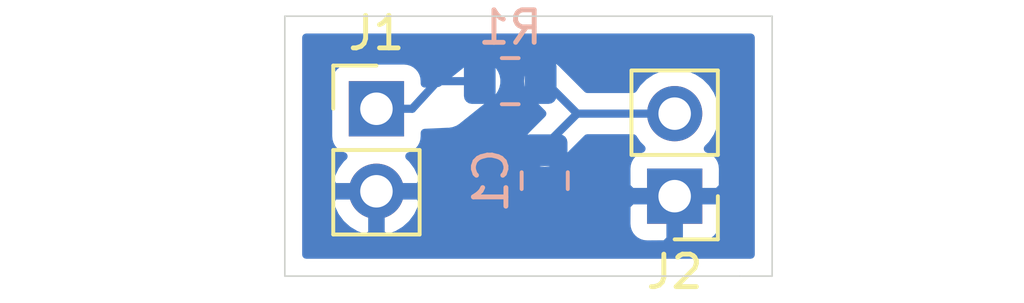
<source format=kicad_pcb>
(kicad_pcb (version 20171130) (host pcbnew 5.1.5+dfsg1-2~bpo10+1)

  (general
    (thickness 1.6)
    (drawings 5)
    (tracks 10)
    (zones 0)
    (modules 4)
    (nets 4)
  )

  (page A4)
  (layers
    (0 F.Cu signal)
    (31 B.Cu signal)
    (32 B.Adhes user)
    (33 F.Adhes user)
    (34 B.Paste user)
    (35 F.Paste user)
    (36 B.SilkS user)
    (37 F.SilkS user)
    (38 B.Mask user)
    (39 F.Mask user)
    (40 Dwgs.User user)
    (41 Cmts.User user)
    (42 Eco1.User user)
    (43 Eco2.User user)
    (44 Edge.Cuts user)
    (45 Margin user)
    (46 B.CrtYd user)
    (47 F.CrtYd user)
    (48 B.Fab user)
    (49 F.Fab user)
  )

  (setup
    (last_trace_width 0.25)
    (trace_clearance 0.2)
    (zone_clearance 0.508)
    (zone_45_only no)
    (trace_min 0.2)
    (via_size 0.8)
    (via_drill 0.4)
    (via_min_size 0.4)
    (via_min_drill 0.3)
    (uvia_size 0.3)
    (uvia_drill 0.1)
    (uvias_allowed no)
    (uvia_min_size 0.2)
    (uvia_min_drill 0.1)
    (edge_width 0.05)
    (segment_width 0.2)
    (pcb_text_width 0.3)
    (pcb_text_size 1.5 1.5)
    (mod_edge_width 0.12)
    (mod_text_size 1 1)
    (mod_text_width 0.15)
    (pad_size 1.524 1.524)
    (pad_drill 0.762)
    (pad_to_mask_clearance 0.051)
    (solder_mask_min_width 0.25)
    (aux_axis_origin 0 0)
    (visible_elements FFFFFF7F)
    (pcbplotparams
      (layerselection 0x010fc_ffffffff)
      (usegerberextensions false)
      (usegerberattributes false)
      (usegerberadvancedattributes false)
      (creategerberjobfile false)
      (excludeedgelayer true)
      (linewidth 0.100000)
      (plotframeref false)
      (viasonmask false)
      (mode 1)
      (useauxorigin false)
      (hpglpennumber 1)
      (hpglpenspeed 20)
      (hpglpendiameter 15.000000)
      (psnegative false)
      (psa4output false)
      (plotreference true)
      (plotvalue true)
      (plotinvisibletext false)
      (padsonsilk false)
      (subtractmaskfromsilk false)
      (outputformat 1)
      (mirror false)
      (drillshape 1)
      (scaleselection 1)
      (outputdirectory ""))
  )

  (net 0 "")
  (net 1 GND)
  (net 2 "Net-(C1-Pad1)")
  (net 3 "Net-(J1-Pad1)")

  (net_class Default "Esta es la clase de red por defecto."
    (clearance 0.2)
    (trace_width 0.25)
    (via_dia 0.8)
    (via_drill 0.4)
    (uvia_dia 0.3)
    (uvia_drill 0.1)
    (add_net GND)
    (add_net "Net-(C1-Pad1)")
    (add_net "Net-(J1-Pad1)")
  )

  (module Resistor_SMD:R_0805_2012Metric (layer B.Cu) (tedit 5B36C52B) (tstamp 5EBAC712)
    (at 161.9375 74 180)
    (descr "Resistor SMD 0805 (2012 Metric), square (rectangular) end terminal, IPC_7351 nominal, (Body size source: https://docs.google.com/spreadsheets/d/1BsfQQcO9C6DZCsRaXUlFlo91Tg2WpOkGARC1WS5S8t0/edit?usp=sharing), generated with kicad-footprint-generator")
    (tags resistor)
    (path /5EBAD9A3)
    (attr smd)
    (fp_text reference R1 (at 0 1.65) (layer B.SilkS)
      (effects (font (size 1 1) (thickness 0.15)) (justify mirror))
    )
    (fp_text value R (at 0 -1.65) (layer B.Fab)
      (effects (font (size 1 1) (thickness 0.15)) (justify mirror))
    )
    (fp_text user %R (at 0 0) (layer B.Fab)
      (effects (font (size 0.5 0.5) (thickness 0.08)) (justify mirror))
    )
    (fp_line (start 1.68 -0.95) (end -1.68 -0.95) (layer B.CrtYd) (width 0.05))
    (fp_line (start 1.68 0.95) (end 1.68 -0.95) (layer B.CrtYd) (width 0.05))
    (fp_line (start -1.68 0.95) (end 1.68 0.95) (layer B.CrtYd) (width 0.05))
    (fp_line (start -1.68 -0.95) (end -1.68 0.95) (layer B.CrtYd) (width 0.05))
    (fp_line (start -0.258578 -0.71) (end 0.258578 -0.71) (layer B.SilkS) (width 0.12))
    (fp_line (start -0.258578 0.71) (end 0.258578 0.71) (layer B.SilkS) (width 0.12))
    (fp_line (start 1 -0.6) (end -1 -0.6) (layer B.Fab) (width 0.1))
    (fp_line (start 1 0.6) (end 1 -0.6) (layer B.Fab) (width 0.1))
    (fp_line (start -1 0.6) (end 1 0.6) (layer B.Fab) (width 0.1))
    (fp_line (start -1 -0.6) (end -1 0.6) (layer B.Fab) (width 0.1))
    (pad 2 smd roundrect (at 0.9375 0 180) (size 0.975 1.4) (layers B.Cu B.Paste B.Mask) (roundrect_rratio 0.25)
      (net 3 "Net-(J1-Pad1)"))
    (pad 1 smd roundrect (at -0.9375 0 180) (size 0.975 1.4) (layers B.Cu B.Paste B.Mask) (roundrect_rratio 0.25)
      (net 2 "Net-(C1-Pad1)"))
    (model ${KISYS3DMOD}/Resistor_SMD.3dshapes/R_0805_2012Metric.wrl
      (at (xyz 0 0 0))
      (scale (xyz 1 1 1))
      (rotate (xyz 0 0 0))
    )
  )

  (module Connector_PinHeader_2.54mm:PinHeader_1x02_P2.54mm_Vertical (layer F.Cu) (tedit 59FED5CC) (tstamp 5EBAC57B)
    (at 167 77.54 180)
    (descr "Through hole straight pin header, 1x02, 2.54mm pitch, single row")
    (tags "Through hole pin header THT 1x02 2.54mm single row")
    (path /5EBAC9BE)
    (fp_text reference J2 (at 0 -2.33) (layer F.SilkS)
      (effects (font (size 1 1) (thickness 0.15)))
    )
    (fp_text value Conn_01x02_Male (at -4 4.87) (layer F.Fab)
      (effects (font (size 1 1) (thickness 0.15)))
    )
    (fp_text user %R (at 0 1.27 90) (layer F.Fab)
      (effects (font (size 1 1) (thickness 0.15)))
    )
    (fp_line (start 1.8 -1.8) (end -1.8 -1.8) (layer F.CrtYd) (width 0.05))
    (fp_line (start 1.8 4.35) (end 1.8 -1.8) (layer F.CrtYd) (width 0.05))
    (fp_line (start -1.8 4.35) (end 1.8 4.35) (layer F.CrtYd) (width 0.05))
    (fp_line (start -1.8 -1.8) (end -1.8 4.35) (layer F.CrtYd) (width 0.05))
    (fp_line (start -1.33 -1.33) (end 0 -1.33) (layer F.SilkS) (width 0.12))
    (fp_line (start -1.33 0) (end -1.33 -1.33) (layer F.SilkS) (width 0.12))
    (fp_line (start -1.33 1.27) (end 1.33 1.27) (layer F.SilkS) (width 0.12))
    (fp_line (start 1.33 1.27) (end 1.33 3.87) (layer F.SilkS) (width 0.12))
    (fp_line (start -1.33 1.27) (end -1.33 3.87) (layer F.SilkS) (width 0.12))
    (fp_line (start -1.33 3.87) (end 1.33 3.87) (layer F.SilkS) (width 0.12))
    (fp_line (start -1.27 -0.635) (end -0.635 -1.27) (layer F.Fab) (width 0.1))
    (fp_line (start -1.27 3.81) (end -1.27 -0.635) (layer F.Fab) (width 0.1))
    (fp_line (start 1.27 3.81) (end -1.27 3.81) (layer F.Fab) (width 0.1))
    (fp_line (start 1.27 -1.27) (end 1.27 3.81) (layer F.Fab) (width 0.1))
    (fp_line (start -0.635 -1.27) (end 1.27 -1.27) (layer F.Fab) (width 0.1))
    (pad 2 thru_hole oval (at 0 2.54 180) (size 1.7 1.7) (drill 1) (layers *.Cu *.Mask)
      (net 2 "Net-(C1-Pad1)"))
    (pad 1 thru_hole rect (at 0 0 180) (size 1.7 1.7) (drill 1) (layers *.Cu *.Mask)
      (net 1 GND))
    (model ${KISYS3DMOD}/Connector_PinHeader_2.54mm.3dshapes/PinHeader_1x02_P2.54mm_Vertical.wrl
      (at (xyz 0 0 0))
      (scale (xyz 1 1 1))
      (rotate (xyz 0 0 0))
    )
  )

  (module Connector_PinHeader_2.54mm:PinHeader_1x02_P2.54mm_Vertical (layer F.Cu) (tedit 59FED5CC) (tstamp 5EBAC6B7)
    (at 157.82 74.85)
    (descr "Through hole straight pin header, 1x02, 2.54mm pitch, single row")
    (tags "Through hole pin header THT 1x02 2.54mm single row")
    (path /5EBAC114)
    (fp_text reference J1 (at 0 -2.33) (layer F.SilkS)
      (effects (font (size 1 1) (thickness 0.15)))
    )
    (fp_text value Conn_01x02_Male (at -4.82 5.15) (layer F.Fab)
      (effects (font (size 1 1) (thickness 0.15)))
    )
    (fp_text user %R (at 0 1.27 90) (layer F.Fab)
      (effects (font (size 1 1) (thickness 0.15)))
    )
    (fp_line (start 1.8 -1.8) (end -1.8 -1.8) (layer F.CrtYd) (width 0.05))
    (fp_line (start 1.8 4.35) (end 1.8 -1.8) (layer F.CrtYd) (width 0.05))
    (fp_line (start -1.8 4.35) (end 1.8 4.35) (layer F.CrtYd) (width 0.05))
    (fp_line (start -1.8 -1.8) (end -1.8 4.35) (layer F.CrtYd) (width 0.05))
    (fp_line (start -1.33 -1.33) (end 0 -1.33) (layer F.SilkS) (width 0.12))
    (fp_line (start -1.33 0) (end -1.33 -1.33) (layer F.SilkS) (width 0.12))
    (fp_line (start -1.33 1.27) (end 1.33 1.27) (layer F.SilkS) (width 0.12))
    (fp_line (start 1.33 1.27) (end 1.33 3.87) (layer F.SilkS) (width 0.12))
    (fp_line (start -1.33 1.27) (end -1.33 3.87) (layer F.SilkS) (width 0.12))
    (fp_line (start -1.33 3.87) (end 1.33 3.87) (layer F.SilkS) (width 0.12))
    (fp_line (start -1.27 -0.635) (end -0.635 -1.27) (layer F.Fab) (width 0.1))
    (fp_line (start -1.27 3.81) (end -1.27 -0.635) (layer F.Fab) (width 0.1))
    (fp_line (start 1.27 3.81) (end -1.27 3.81) (layer F.Fab) (width 0.1))
    (fp_line (start 1.27 -1.27) (end 1.27 3.81) (layer F.Fab) (width 0.1))
    (fp_line (start -0.635 -1.27) (end 1.27 -1.27) (layer F.Fab) (width 0.1))
    (pad 2 thru_hole oval (at 0 2.54) (size 1.7 1.7) (drill 1) (layers *.Cu *.Mask)
      (net 1 GND))
    (pad 1 thru_hole rect (at 0 0) (size 1.7 1.7) (drill 1) (layers *.Cu *.Mask)
      (net 3 "Net-(J1-Pad1)"))
    (model ${KISYS3DMOD}/Connector_PinHeader_2.54mm.3dshapes/PinHeader_1x02_P2.54mm_Vertical.wrl
      (at (xyz 0 0 0))
      (scale (xyz 1 1 1))
      (rotate (xyz 0 0 0))
    )
  )

  (module Capacitor_SMD:C_0805_2012Metric (layer B.Cu) (tedit 5B36C52B) (tstamp 5EBAC54F)
    (at 163 77.0625 270)
    (descr "Capacitor SMD 0805 (2012 Metric), square (rectangular) end terminal, IPC_7351 nominal, (Body size source: https://docs.google.com/spreadsheets/d/1BsfQQcO9C6DZCsRaXUlFlo91Tg2WpOkGARC1WS5S8t0/edit?usp=sharing), generated with kicad-footprint-generator")
    (tags capacitor)
    (path /5EBAE412)
    (attr smd)
    (fp_text reference C1 (at 0 1.65 270) (layer B.SilkS)
      (effects (font (size 1 1) (thickness 0.15)) (justify mirror))
    )
    (fp_text value C (at 0 -1.65 270) (layer B.Fab)
      (effects (font (size 1 1) (thickness 0.15)) (justify mirror))
    )
    (fp_text user %R (at 0 0 270) (layer B.Fab)
      (effects (font (size 0.5 0.5) (thickness 0.08)) (justify mirror))
    )
    (fp_line (start 1.68 -0.95) (end -1.68 -0.95) (layer B.CrtYd) (width 0.05))
    (fp_line (start 1.68 0.95) (end 1.68 -0.95) (layer B.CrtYd) (width 0.05))
    (fp_line (start -1.68 0.95) (end 1.68 0.95) (layer B.CrtYd) (width 0.05))
    (fp_line (start -1.68 -0.95) (end -1.68 0.95) (layer B.CrtYd) (width 0.05))
    (fp_line (start -0.258578 -0.71) (end 0.258578 -0.71) (layer B.SilkS) (width 0.12))
    (fp_line (start -0.258578 0.71) (end 0.258578 0.71) (layer B.SilkS) (width 0.12))
    (fp_line (start 1 -0.6) (end -1 -0.6) (layer B.Fab) (width 0.1))
    (fp_line (start 1 0.6) (end 1 -0.6) (layer B.Fab) (width 0.1))
    (fp_line (start -1 0.6) (end 1 0.6) (layer B.Fab) (width 0.1))
    (fp_line (start -1 -0.6) (end -1 0.6) (layer B.Fab) (width 0.1))
    (pad 2 smd roundrect (at 0.9375 0 270) (size 0.975 1.4) (layers B.Cu B.Paste B.Mask) (roundrect_rratio 0.25)
      (net 1 GND))
    (pad 1 smd roundrect (at -0.9375 0 270) (size 0.975 1.4) (layers B.Cu B.Paste B.Mask) (roundrect_rratio 0.25)
      (net 2 "Net-(C1-Pad1)"))
    (model ${KISYS3DMOD}/Capacitor_SMD.3dshapes/C_0805_2012Metric.wrl
      (at (xyz 0 0 0))
      (scale (xyz 1 1 1))
      (rotate (xyz 0 0 0))
    )
  )

  (gr_line (start 170 80) (end 169 80) (layer Edge.Cuts) (width 0.05) (tstamp 5EBAC92C))
  (gr_line (start 170 72) (end 170 80) (layer Edge.Cuts) (width 0.05))
  (gr_line (start 155 72) (end 170 72) (layer Edge.Cuts) (width 0.05))
  (gr_line (start 155 80) (end 155 72) (layer Edge.Cuts) (width 0.05))
  (gr_line (start 169 80) (end 155 80) (layer Edge.Cuts) (width 0.05))

  (segment (start 162.39 77.39) (end 163 78) (width 0.25) (layer B.Cu) (net 1))
  (segment (start 157.82 77.39) (end 162.39 77.39) (width 0.25) (layer B.Cu) (net 1))
  (segment (start 163.46 77.54) (end 163 78) (width 0.25) (layer B.Cu) (net 1))
  (segment (start 167 77.54) (end 163.46 77.54) (width 0.25) (layer B.Cu) (net 1))
  (segment (start 167 75) (end 164 75) (width 0.25) (layer B.Cu) (net 2))
  (segment (start 164 75) (end 163 76) (width 0.25) (layer B.Cu) (net 2))
  (segment (start 164 75) (end 163 74) (width 0.25) (layer B.Cu) (net 2))
  (segment (start 159.7 74) (end 161 74) (width 0.25) (layer B.Cu) (net 3))
  (segment (start 157.82 74.85) (end 158.92 74.85) (width 0.25) (layer B.Cu) (net 3))
  (segment (start 158.92 74.85) (end 159.7 74) (width 0.25) (layer B.Cu) (net 3))

  (zone (net 1) (net_name GND) (layer B.Cu) (tstamp 5EBAC970) (hatch edge 0.508)
    (connect_pads (clearance 0.508))
    (min_thickness 0.254)
    (fill yes (arc_segments 32) (thermal_gap 0.508) (thermal_bridge_width 0.508))
    (polygon
      (pts
        (xy 170 80) (xy 155 80) (xy 155 72) (xy 170 72)
      )
    )
    (filled_polygon
      (pts
        (xy 169.340001 79.34) (xy 155.66 79.34) (xy 155.66 77.74689) (xy 156.378524 77.74689) (xy 156.423175 77.894099)
        (xy 156.548359 78.15692) (xy 156.722412 78.390269) (xy 156.938645 78.585178) (xy 157.188748 78.734157) (xy 157.463109 78.831481)
        (xy 157.693 78.710814) (xy 157.693 77.517) (xy 157.947 77.517) (xy 157.947 78.710814) (xy 158.176891 78.831481)
        (xy 158.451252 78.734157) (xy 158.701355 78.585178) (xy 158.917588 78.390269) (xy 158.917788 78.39) (xy 165.511928 78.39)
        (xy 165.524188 78.514482) (xy 165.560498 78.63418) (xy 165.619463 78.744494) (xy 165.698815 78.841185) (xy 165.795506 78.920537)
        (xy 165.90582 78.979502) (xy 166.025518 79.015812) (xy 166.15 79.028072) (xy 166.71425 79.025) (xy 166.873 78.86625)
        (xy 166.873 77.667) (xy 167.127 77.667) (xy 167.127 78.86625) (xy 167.28575 79.025) (xy 167.85 79.028072)
        (xy 167.974482 79.015812) (xy 168.09418 78.979502) (xy 168.204494 78.920537) (xy 168.301185 78.841185) (xy 168.380537 78.744494)
        (xy 168.439502 78.63418) (xy 168.475812 78.514482) (xy 168.488072 78.39) (xy 168.485 77.82575) (xy 168.32625 77.667)
        (xy 167.127 77.667) (xy 166.873 77.667) (xy 165.67375 77.667) (xy 165.515 77.82575) (xy 165.511928 78.39)
        (xy 158.917788 78.39) (xy 159.091641 78.15692) (xy 159.216825 77.894099) (xy 159.261476 77.74689) (xy 159.140155 77.517)
        (xy 157.947 77.517) (xy 157.693 77.517) (xy 156.499845 77.517) (xy 156.378524 77.74689) (xy 155.66 77.74689)
        (xy 155.66 74) (xy 156.331928 74) (xy 156.331928 75.7) (xy 156.344188 75.824482) (xy 156.380498 75.94418)
        (xy 156.439463 76.054494) (xy 156.518815 76.151185) (xy 156.615506 76.230537) (xy 156.72582 76.289502) (xy 156.806466 76.313966)
        (xy 156.722412 76.389731) (xy 156.548359 76.62308) (xy 156.423175 76.885901) (xy 156.378524 77.03311) (xy 156.499845 77.263)
        (xy 157.693 77.263) (xy 157.693 77.243) (xy 157.947 77.243) (xy 157.947 77.263) (xy 159.140155 77.263)
        (xy 159.261476 77.03311) (xy 159.216825 76.885901) (xy 159.091641 76.62308) (xy 158.917588 76.389731) (xy 158.833534 76.313966)
        (xy 158.91418 76.289502) (xy 159.024494 76.230537) (xy 159.121185 76.151185) (xy 159.200537 76.054494) (xy 159.259502 75.94418)
        (xy 159.295812 75.824482) (xy 159.308072 75.7) (xy 159.308072 75.592847) (xy 160.012857 75.560218) (xy 160.065361 75.560874)
        (xy 160.124226 75.549928) (xy 160.183465 75.541311) (xy 160.197692 75.536266) (xy 160.212544 75.533504) (xy 160.268139 75.511284)
        (xy 160.324563 75.491275) (xy 160.337542 75.483545) (xy 160.351559 75.477943) (xy 160.401746 75.445309) (xy 160.453187 75.414673)
        (xy 160.492188 75.379524) (xy 161.50392 74.570139) (xy 161.584237 74.491803) (xy 161.668957 74.368374) (xy 161.727969 74.230789)
        (xy 161.759006 74.084334) (xy 161.760058 74) (xy 162.236324 74) (xy 162.250998 74.148985) (xy 162.294454 74.292246)
        (xy 162.365026 74.424276) (xy 162.436201 74.511002) (xy 162.925199 75) (xy 162.436201 75.488998) (xy 162.365026 75.575724)
        (xy 162.294454 75.707754) (xy 162.250998 75.851015) (xy 162.236324 76) (xy 162.250998 76.148985) (xy 162.294454 76.292246)
        (xy 162.365026 76.424276) (xy 162.459999 76.540001) (xy 162.575724 76.634974) (xy 162.707754 76.705546) (xy 162.851015 76.749002)
        (xy 163 76.763676) (xy 163.148985 76.749002) (xy 163.292246 76.705546) (xy 163.424276 76.634974) (xy 163.511002 76.563799)
        (xy 164.314802 75.76) (xy 165.721822 75.76) (xy 165.846525 75.946632) (xy 165.97838 76.078487) (xy 165.90582 76.100498)
        (xy 165.795506 76.159463) (xy 165.698815 76.238815) (xy 165.619463 76.335506) (xy 165.560498 76.44582) (xy 165.524188 76.565518)
        (xy 165.511928 76.69) (xy 165.515 77.25425) (xy 165.67375 77.413) (xy 166.873 77.413) (xy 166.873 77.393)
        (xy 167.127 77.393) (xy 167.127 77.413) (xy 168.32625 77.413) (xy 168.485 77.25425) (xy 168.488072 76.69)
        (xy 168.475812 76.565518) (xy 168.439502 76.44582) (xy 168.380537 76.335506) (xy 168.301185 76.238815) (xy 168.204494 76.159463)
        (xy 168.09418 76.100498) (xy 168.02162 76.078487) (xy 168.153475 75.946632) (xy 168.31599 75.703411) (xy 168.427932 75.433158)
        (xy 168.485 75.14626) (xy 168.485 74.85374) (xy 168.427932 74.566842) (xy 168.31599 74.296589) (xy 168.153475 74.053368)
        (xy 167.946632 73.846525) (xy 167.703411 73.68401) (xy 167.433158 73.572068) (xy 167.14626 73.515) (xy 166.85374 73.515)
        (xy 166.566842 73.572068) (xy 166.296589 73.68401) (xy 166.053368 73.846525) (xy 165.846525 74.053368) (xy 165.721822 74.24)
        (xy 164.314802 74.24) (xy 163.511002 73.436201) (xy 163.424276 73.365026) (xy 163.292246 73.294454) (xy 163.148985 73.250998)
        (xy 163 73.236324) (xy 162.851015 73.250998) (xy 162.707754 73.294454) (xy 162.575724 73.365026) (xy 162.459999 73.459999)
        (xy 162.365026 73.575724) (xy 162.294454 73.707754) (xy 162.250998 73.851015) (xy 162.236324 74) (xy 161.760058 74)
        (xy 161.760874 73.934639) (xy 161.733504 73.787456) (xy 161.677944 73.64844) (xy 161.596331 73.522935) (xy 161.491802 73.415763)
        (xy 161.368373 73.331043) (xy 161.230788 73.272031) (xy 161.084334 73.240995) (xy 160.934638 73.239126) (xy 160.787455 73.266496)
        (xy 160.64844 73.322057) (xy 160.554384 73.383218) (xy 159.718111 74.052237) (xy 159.308072 74.07122) (xy 159.308072 74)
        (xy 159.295812 73.875518) (xy 159.259502 73.75582) (xy 159.200537 73.645506) (xy 159.121185 73.548815) (xy 159.024494 73.469463)
        (xy 158.91418 73.410498) (xy 158.794482 73.374188) (xy 158.67 73.361928) (xy 156.97 73.361928) (xy 156.845518 73.374188)
        (xy 156.72582 73.410498) (xy 156.615506 73.469463) (xy 156.518815 73.548815) (xy 156.439463 73.645506) (xy 156.380498 73.75582)
        (xy 156.344188 73.875518) (xy 156.331928 74) (xy 155.66 74) (xy 155.66 72.66) (xy 169.34 72.66)
      )
    )
  )
)

</source>
